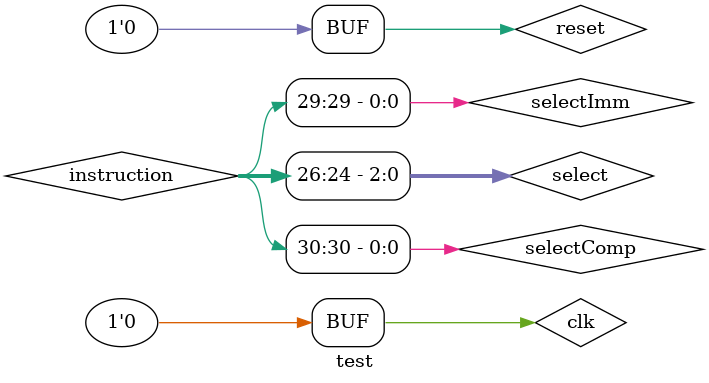
<source format=v>
`include "Reg.v"
`include "ALU.v"
`include "CU.v"
`include "CMP.v"
`include "IR.v"
`include "PC.v"
`include "MUX.v"

module test;
	reg clk;
	reg reset;
	wire [31:0] readaddr;

	initial begin
		clk = 1;
		reset = 1;
		#1 clk = 0;
		#5 reset=0;
		#1$display("RESET################################################################");
		#1clk =1;

		#100 clk = !clk;
		#100 clk = !clk;

		#100 clk = !clk;
		#100 clk = !clk;

		#100 clk = !clk;
		#100 clk = !clk;

		#100 clk = !clk;
		#100 clk = !clk;

		#100 clk = !clk;
		#100 clk = !clk;

		#100 clk = !clk;
		#100 clk = !clk;

		#100 clk = !clk;
		#100 clk = !clk;
		#100 clk = !clk;
	end

	PC myPC(clk, reset, readaddr);
	
	wire [31:0] instruction;

	Instruction_reg myIR(clk, readaddr, instruction);

	wire [2:0] out1addr, out2addr, inaddr;
	
	CU myCU(instruction, out1addr, out2addr, inaddr);

	wire [7:0] toWrite;
	wire [7:0] out1, out2;
	
	regfile8x8a myRF(clk, inaddr, toWrite, out1addr, out1, out2addr, out2);

	wire [2:0] select=instruction[26:24];
	wire selectImm=instruction[29];
	wire selectComp=instruction[30];
	wire [7:0] out2_comp;
	wire [7:0] data1;
	wire [7:0] data2;
	wire [7:0] in=instruction[7:0];

	mux8x2 selectdata1MUX(selectImm,in,out1,data1);

	twoscompl myComp(out2,out2_comp);

	mux8x2 selectdata2MUX(selectComp,out2_comp,out2,data2);
	alu myALU(data1, data2, toWrite, select);

endmodule
</source>
